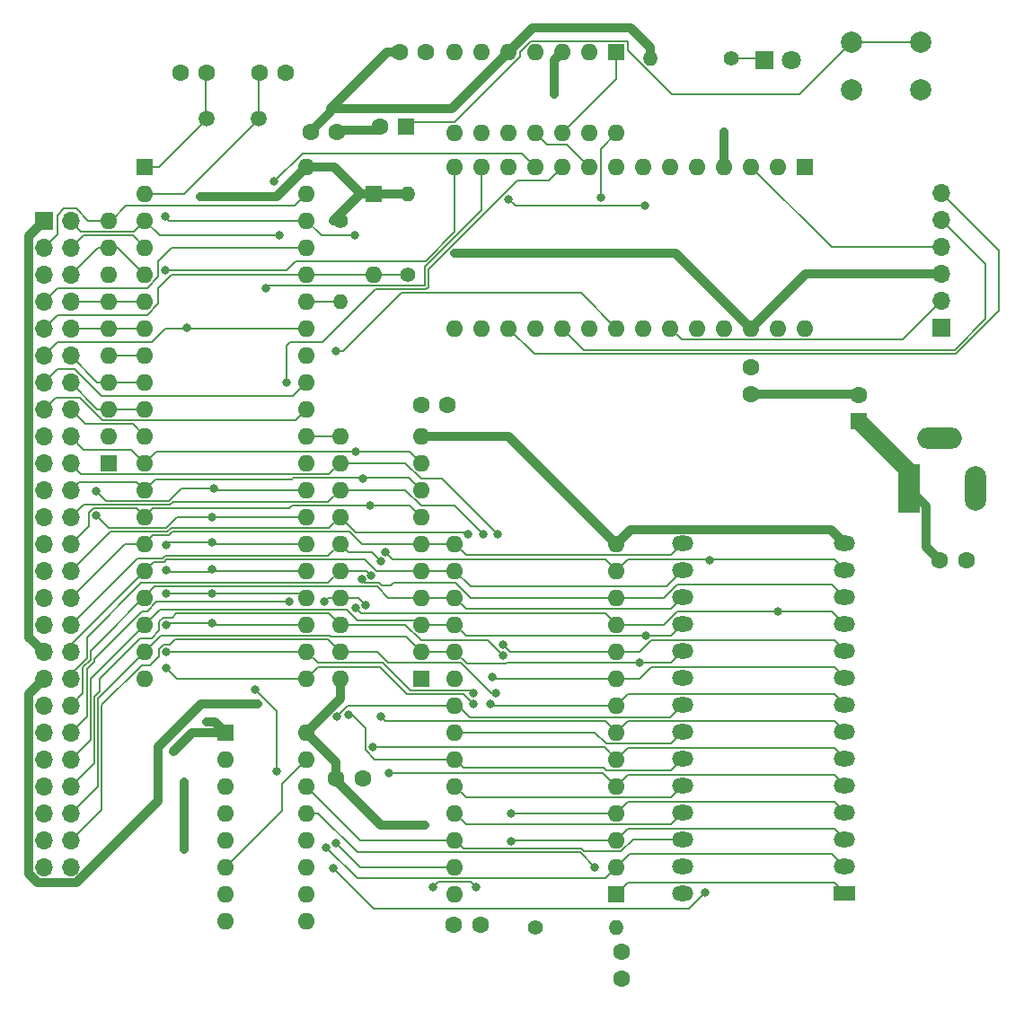
<source format=gtl>
G04 #@! TF.GenerationSoftware,KiCad,Pcbnew,6.0.2*
G04 #@! TF.CreationDate,2022-02-13T20:57:11-08:00*
G04 #@! TF.ProjectId,Easy8085,45617379-3830-4383-952e-6b696361645f,rev?*
G04 #@! TF.SameCoordinates,Original*
G04 #@! TF.FileFunction,Copper,L1,Top*
G04 #@! TF.FilePolarity,Positive*
%FSLAX46Y46*%
G04 Gerber Fmt 4.6, Leading zero omitted, Abs format (unit mm)*
G04 Created by KiCad (PCBNEW 6.0.2) date 2022-02-13 20:57:11*
%MOMM*%
%LPD*%
G01*
G04 APERTURE LIST*
G04 #@! TA.AperFunction,ComponentPad*
%ADD10C,1.600000*%
G04 #@! TD*
G04 #@! TA.AperFunction,ComponentPad*
%ADD11R,1.700000X1.700000*%
G04 #@! TD*
G04 #@! TA.AperFunction,ComponentPad*
%ADD12O,1.700000X1.700000*%
G04 #@! TD*
G04 #@! TA.AperFunction,ComponentPad*
%ADD13R,1.600000X1.600000*%
G04 #@! TD*
G04 #@! TA.AperFunction,ComponentPad*
%ADD14O,1.600000X1.600000*%
G04 #@! TD*
G04 #@! TA.AperFunction,ComponentPad*
%ADD15R,2.000000X4.600000*%
G04 #@! TD*
G04 #@! TA.AperFunction,ComponentPad*
%ADD16O,2.000000X4.200000*%
G04 #@! TD*
G04 #@! TA.AperFunction,ComponentPad*
%ADD17O,4.200000X2.000000*%
G04 #@! TD*
G04 #@! TA.AperFunction,ComponentPad*
%ADD18C,1.400000*%
G04 #@! TD*
G04 #@! TA.AperFunction,ComponentPad*
%ADD19O,1.400000X1.400000*%
G04 #@! TD*
G04 #@! TA.AperFunction,ComponentPad*
%ADD20C,2.000000*%
G04 #@! TD*
G04 #@! TA.AperFunction,ComponentPad*
%ADD21R,1.800000X1.800000*%
G04 #@! TD*
G04 #@! TA.AperFunction,ComponentPad*
%ADD22C,1.800000*%
G04 #@! TD*
G04 #@! TA.AperFunction,ComponentPad*
%ADD23R,2.000000X1.440000*%
G04 #@! TD*
G04 #@! TA.AperFunction,ComponentPad*
%ADD24O,2.000000X1.440000*%
G04 #@! TD*
G04 #@! TA.AperFunction,ComponentPad*
%ADD25C,1.500000*%
G04 #@! TD*
G04 #@! TA.AperFunction,ViaPad*
%ADD26C,0.800000*%
G04 #@! TD*
G04 #@! TA.AperFunction,Conductor*
%ADD27C,0.812800*%
G04 #@! TD*
G04 #@! TA.AperFunction,Conductor*
%ADD28C,1.625600*%
G04 #@! TD*
G04 #@! TA.AperFunction,Conductor*
%ADD29C,0.200000*%
G04 #@! TD*
G04 APERTURE END LIST*
D10*
G04 #@! TO.P,C6,1*
G04 #@! TO.N,VCC*
X128230000Y-75184000D03*
G04 #@! TO.P,C6,2*
G04 #@! TO.N,GND*
X125730000Y-75184000D03*
G04 #@! TD*
G04 #@! TO.P,C1,1*
G04 #@! TO.N,Net-(C1-Pad1)*
X105537000Y-43815000D03*
G04 #@! TO.P,C1,2*
G04 #@! TO.N,GND*
X103037000Y-43815000D03*
G04 #@! TD*
G04 #@! TO.P,C2,1*
G04 #@! TO.N,Net-(C2-Pad1)*
X110490000Y-43815000D03*
G04 #@! TO.P,C2,2*
G04 #@! TO.N,GND*
X112990000Y-43815000D03*
G04 #@! TD*
D11*
G04 #@! TO.P,J3,1,Pin_1*
G04 #@! TO.N,GND*
X174802800Y-67900000D03*
D12*
G04 #@! TO.P,J3,2,Pin_2*
G04 #@! TO.N,/~{RTS}*
X174802800Y-65360000D03*
G04 #@! TO.P,J3,3,Pin_3*
G04 #@! TO.N,VCC*
X174802800Y-62820000D03*
G04 #@! TO.P,J3,4,Pin_4*
G04 #@! TO.N,/RxD*
X174802800Y-60280000D03*
G04 #@! TO.P,J3,5,Pin_5*
G04 #@! TO.N,/TxD*
X174802800Y-57740000D03*
G04 #@! TO.P,J3,6,Pin_6*
G04 #@! TO.N,/~{CTS}*
X174802800Y-55200000D03*
G04 #@! TD*
D13*
G04 #@! TO.P,U3,1,CP1..3*
G04 #@! TO.N,Net-(U3-Pad1)*
X144150000Y-41920000D03*
D14*
G04 #@! TO.P,U3,2,R0(1)*
G04 #@! TO.N,GND*
X141610000Y-41920000D03*
G04 #@! TO.P,U3,3,R0(2)*
X139070000Y-41920000D03*
G04 #@! TO.P,U3,4,NC*
G04 #@! TO.N,unconnected-(U3-Pad4)*
X136530000Y-41920000D03*
G04 #@! TO.P,U3,5,VCC*
G04 #@! TO.N,VCC*
X133990000Y-41920000D03*
G04 #@! TO.P,U3,6,R9(1)*
G04 #@! TO.N,GND*
X131450000Y-41920000D03*
G04 #@! TO.P,U3,7,R9(2)*
X128910000Y-41920000D03*
G04 #@! TO.P,U3,8,Q2*
G04 #@! TO.N,unconnected-(U3-Pad8)*
X128910000Y-49540000D03*
G04 #@! TO.P,U3,9,Q1*
G04 #@! TO.N,unconnected-(U3-Pad9)*
X131450000Y-49540000D03*
G04 #@! TO.P,U3,10,GND*
G04 #@! TO.N,GND*
X133990000Y-49540000D03*
G04 #@! TO.P,U3,11,Q3*
G04 #@! TO.N,/BAUD_CLK*
X136530000Y-49540000D03*
G04 #@! TO.P,U3,12,Q0*
G04 #@! TO.N,Net-(U3-Pad1)*
X139070000Y-49540000D03*
G04 #@! TO.P,U3,13,NC*
G04 #@! TO.N,unconnected-(U3-Pad13)*
X141610000Y-49540000D03*
G04 #@! TO.P,U3,14,CP0*
G04 #@! TO.N,/CLK*
X144150000Y-49540000D03*
G04 #@! TD*
D15*
G04 #@! TO.P,J2,1*
G04 #@! TO.N,VCC*
X171704000Y-83058000D03*
D16*
G04 #@! TO.P,J2,2*
G04 #@! TO.N,GND*
X178004000Y-83058000D03*
D17*
G04 #@! TO.P,J2,3*
X174604000Y-78258000D03*
G04 #@! TD*
D18*
G04 #@! TO.P,R4,1*
G04 #@! TO.N,VCC*
X136525000Y-124460000D03*
D19*
G04 #@! TO.P,R4,2*
G04 #@! TO.N,Net-(R4-Pad2)*
X144145000Y-124460000D03*
G04 #@! TD*
D10*
G04 #@! TO.P,C9,1*
G04 #@! TO.N,VCC*
X117729000Y-110363000D03*
G04 #@! TO.P,C9,2*
G04 #@! TO.N,GND*
X120229000Y-110363000D03*
G04 #@! TD*
G04 #@! TO.P,C12,1*
G04 #@! TO.N,VCC*
X144653000Y-126746000D03*
G04 #@! TO.P,C12,2*
G04 #@! TO.N,GND*
X144653000Y-129246000D03*
G04 #@! TD*
G04 #@! TO.P,C5,1*
G04 #@! TO.N,VCC*
X123718000Y-41910000D03*
G04 #@! TO.P,C5,2*
G04 #@! TO.N,GND*
X126218000Y-41910000D03*
G04 #@! TD*
D20*
G04 #@! TO.P,SW1,1,1*
G04 #@! TO.N,GND*
X172795000Y-45430000D03*
X166295000Y-45430000D03*
G04 #@! TO.P,SW1,2,2*
G04 #@! TO.N,/~{RES_IN}*
X172795000Y-40930000D03*
X166295000Y-40930000D03*
G04 #@! TD*
D18*
G04 #@! TO.P,R2,1*
G04 #@! TO.N,VCC*
X118110000Y-57785000D03*
D19*
G04 #@! TO.P,R2,2*
G04 #@! TO.N,/READY*
X118110000Y-65405000D03*
G04 #@! TD*
D10*
G04 #@! TO.P,C7,1*
G04 #@! TO.N,VCC*
X156845000Y-71628000D03*
G04 #@! TO.P,C7,2*
G04 #@! TO.N,GND*
X156845000Y-74128000D03*
G04 #@! TD*
D18*
G04 #@! TO.P,R3,1*
G04 #@! TO.N,Net-(LED1-Pad1)*
X154940000Y-42480000D03*
D19*
G04 #@! TO.P,R3,2*
G04 #@! TO.N,VCC*
X147320000Y-42480000D03*
G04 #@! TD*
D13*
G04 #@! TO.P,RN1,1,common*
G04 #@! TO.N,GND*
X96266000Y-80645000D03*
D14*
G04 #@! TO.P,RN1,2,R1*
G04 #@! TO.N,unconnected-(RN1-Pad2)*
X96266000Y-78105000D03*
G04 #@! TO.P,RN1,3,R2*
G04 #@! TO.N,/INTR*
X96266000Y-75565000D03*
G04 #@! TO.P,RN1,4,R3*
G04 #@! TO.N,/RST5.5*
X96266000Y-73025000D03*
G04 #@! TO.P,RN1,5,R4*
G04 #@! TO.N,/RST6.5*
X96266000Y-70485000D03*
G04 #@! TO.P,RN1,6,R5*
G04 #@! TO.N,/RST7.5*
X96266000Y-67945000D03*
G04 #@! TO.P,RN1,7,R6*
G04 #@! TO.N,/TRAP*
X96266000Y-65405000D03*
G04 #@! TO.P,RN1,8,R7*
G04 #@! TO.N,unconnected-(RN1-Pad8)*
X96266000Y-62865000D03*
G04 #@! TO.P,RN1,9,R8*
G04 #@! TO.N,/SID*
X96266000Y-60325000D03*
G04 #@! TO.P,RN1,10,R9*
G04 #@! TO.N,/HOLD*
X96266000Y-57785000D03*
G04 #@! TD*
D10*
G04 #@! TO.P,C10,1*
G04 #@! TO.N,VCC*
X174625000Y-89789000D03*
G04 #@! TO.P,C10,2*
G04 #@! TO.N,GND*
X177125000Y-89789000D03*
G04 #@! TD*
D21*
G04 #@! TO.P,LED1,1,K*
G04 #@! TO.N,Net-(LED1-Pad1)*
X158115000Y-42680000D03*
D22*
G04 #@! TO.P,LED1,2,A*
G04 #@! TO.N,GND*
X160655000Y-42680000D03*
G04 #@! TD*
D11*
G04 #@! TO.P,J1,1,Pin_1*
G04 #@! TO.N,VCC*
X90165000Y-57840000D03*
D12*
G04 #@! TO.P,J1,2,Pin_2*
G04 #@! TO.N,/RES_OUT*
X92705000Y-57840000D03*
G04 #@! TO.P,J1,3,Pin_3*
G04 #@! TO.N,/HOLD*
X90165000Y-60380000D03*
G04 #@! TO.P,J1,4,Pin_4*
G04 #@! TO.N,/SOD*
X92705000Y-60380000D03*
G04 #@! TO.P,J1,5,Pin_5*
G04 #@! TO.N,/HLDA*
X90165000Y-62920000D03*
G04 #@! TO.P,J1,6,Pin_6*
G04 #@! TO.N,/SID*
X92705000Y-62920000D03*
G04 #@! TO.P,J1,7,Pin_7*
G04 #@! TO.N,/CLK*
X90165000Y-65460000D03*
G04 #@! TO.P,J1,8,Pin_8*
G04 #@! TO.N,/TRAP*
X92705000Y-65460000D03*
G04 #@! TO.P,J1,9,Pin_9*
G04 #@! TO.N,/~{RES_IN}*
X90165000Y-68000000D03*
G04 #@! TO.P,J1,10,Pin_10*
G04 #@! TO.N,/RST7.5*
X92705000Y-68000000D03*
G04 #@! TO.P,J1,11,Pin_11*
G04 #@! TO.N,/IO{slash}~{M}*
X90165000Y-70540000D03*
G04 #@! TO.P,J1,12,Pin_12*
G04 #@! TO.N,/RST5.5*
X92705000Y-70540000D03*
G04 #@! TO.P,J1,13,Pin_13*
G04 #@! TO.N,/~{RD}*
X90165000Y-73080000D03*
G04 #@! TO.P,J1,14,Pin_14*
G04 #@! TO.N,/INTR*
X92705000Y-73080000D03*
G04 #@! TO.P,J1,15,Pin_15*
G04 #@! TO.N,/~{WR}*
X90165000Y-75620000D03*
G04 #@! TO.P,J1,16,Pin_16*
G04 #@! TO.N,/~{INTA}*
X92705000Y-75620000D03*
G04 #@! TO.P,J1,17,Pin_17*
G04 #@! TO.N,/A15*
X90165000Y-78160000D03*
G04 #@! TO.P,J1,18,Pin_18*
G04 #@! TO.N,/AD0*
X92705000Y-78160000D03*
G04 #@! TO.P,J1,19,Pin_19*
G04 #@! TO.N,/A14*
X90165000Y-80700000D03*
G04 #@! TO.P,J1,20,Pin_20*
G04 #@! TO.N,/A0*
X92705000Y-80700000D03*
G04 #@! TO.P,J1,21,Pin_21*
G04 #@! TO.N,/A13*
X90165000Y-83240000D03*
G04 #@! TO.P,J1,22,Pin_22*
G04 #@! TO.N,/AD1*
X92705000Y-83240000D03*
G04 #@! TO.P,J1,23,Pin_23*
G04 #@! TO.N,/A12*
X90165000Y-85780000D03*
G04 #@! TO.P,J1,24,Pin_24*
G04 #@! TO.N,/A1*
X92705000Y-85780000D03*
G04 #@! TO.P,J1,25,Pin_25*
G04 #@! TO.N,/A11*
X90165000Y-88320000D03*
G04 #@! TO.P,J1,26,Pin_26*
G04 #@! TO.N,/AD2*
X92705000Y-88320000D03*
G04 #@! TO.P,J1,27,Pin_27*
G04 #@! TO.N,/A10*
X90165000Y-90860000D03*
G04 #@! TO.P,J1,28,Pin_28*
G04 #@! TO.N,/A2*
X92705000Y-90860000D03*
G04 #@! TO.P,J1,29,Pin_29*
G04 #@! TO.N,/A9*
X90165000Y-93400000D03*
G04 #@! TO.P,J1,30,Pin_30*
G04 #@! TO.N,/AD3*
X92705000Y-93400000D03*
G04 #@! TO.P,J1,31,Pin_31*
G04 #@! TO.N,/A8*
X90165000Y-95940000D03*
G04 #@! TO.P,J1,32,Pin_32*
G04 #@! TO.N,/A3*
X92705000Y-95940000D03*
G04 #@! TO.P,J1,33,Pin_33*
G04 #@! TO.N,VCC*
X90165000Y-98480000D03*
G04 #@! TO.P,J1,34,Pin_34*
G04 #@! TO.N,/AD4*
X92705000Y-98480000D03*
G04 #@! TO.P,J1,35,Pin_35*
G04 #@! TO.N,VCC*
X90165000Y-101020000D03*
G04 #@! TO.P,J1,36,Pin_36*
G04 #@! TO.N,/A4*
X92705000Y-101020000D03*
G04 #@! TO.P,J1,37,Pin_37*
G04 #@! TO.N,GND*
X90165000Y-103560000D03*
G04 #@! TO.P,J1,38,Pin_38*
G04 #@! TO.N,/AD5*
X92705000Y-103560000D03*
G04 #@! TO.P,J1,39,Pin_39*
G04 #@! TO.N,GND*
X90165000Y-106100000D03*
G04 #@! TO.P,J1,40,Pin_40*
G04 #@! TO.N,/A5*
X92705000Y-106100000D03*
G04 #@! TO.P,J1,41,Pin_41*
G04 #@! TO.N,/~{20-3F}*
X90165000Y-108640000D03*
G04 #@! TO.P,J1,42,Pin_42*
G04 #@! TO.N,/AD6*
X92705000Y-108640000D03*
G04 #@! TO.P,J1,43,Pin_43*
G04 #@! TO.N,/~{40-5F}*
X90165000Y-111180000D03*
G04 #@! TO.P,J1,44,Pin_44*
G04 #@! TO.N,/A6*
X92705000Y-111180000D03*
G04 #@! TO.P,J1,45,Pin_45*
G04 #@! TO.N,/~{60-7F}*
X90165000Y-113720000D03*
G04 #@! TO.P,J1,46,Pin_46*
G04 #@! TO.N,/AD7*
X92705000Y-113720000D03*
G04 #@! TO.P,J1,47,Pin_47*
G04 #@! TO.N,/~{HIGH_IO}*
X90165000Y-116260000D03*
G04 #@! TO.P,J1,48,Pin_48*
G04 #@! TO.N,/A7*
X92705000Y-116260000D03*
G04 #@! TO.P,J1,49,Pin_49*
G04 #@! TO.N,GND*
X90165000Y-118800000D03*
G04 #@! TO.P,J1,50,Pin_50*
X92705000Y-118800000D03*
G04 #@! TD*
D13*
G04 #@! TO.P,U1,1,X1*
G04 #@! TO.N,Net-(C1-Pad1)*
X99695000Y-52705000D03*
D14*
G04 #@! TO.P,U1,2,X2*
G04 #@! TO.N,Net-(C2-Pad1)*
X99695000Y-55245000D03*
G04 #@! TO.P,U1,3,RES_OUT*
G04 #@! TO.N,/RES_OUT*
X99695000Y-57785000D03*
G04 #@! TO.P,U1,4,SOD*
G04 #@! TO.N,/SOD*
X99695000Y-60325000D03*
G04 #@! TO.P,U1,5,SID*
G04 #@! TO.N,/SID*
X99695000Y-62865000D03*
G04 #@! TO.P,U1,6,TRAP*
G04 #@! TO.N,/TRAP*
X99695000Y-65405000D03*
G04 #@! TO.P,U1,7,RST7_5*
G04 #@! TO.N,/RST7.5*
X99695000Y-67945000D03*
G04 #@! TO.P,U1,8,RST6_5*
G04 #@! TO.N,/RST6.5*
X99695000Y-70485000D03*
G04 #@! TO.P,U1,9,RST5_5*
G04 #@! TO.N,/RST5.5*
X99695000Y-73025000D03*
G04 #@! TO.P,U1,10,INTR*
G04 #@! TO.N,/INTR*
X99695000Y-75565000D03*
G04 #@! TO.P,U1,11,INTA*
G04 #@! TO.N,/~{INTA}*
X99695000Y-78105000D03*
G04 #@! TO.P,U1,12,AD0*
G04 #@! TO.N,/AD0*
X99695000Y-80645000D03*
G04 #@! TO.P,U1,13,AD1*
G04 #@! TO.N,/AD1*
X99695000Y-83185000D03*
G04 #@! TO.P,U1,14,AD2*
G04 #@! TO.N,/AD2*
X99695000Y-85725000D03*
G04 #@! TO.P,U1,15,AD3*
G04 #@! TO.N,/AD3*
X99695000Y-88265000D03*
G04 #@! TO.P,U1,16,AD4*
G04 #@! TO.N,/AD4*
X99695000Y-90805000D03*
G04 #@! TO.P,U1,17,AD5*
G04 #@! TO.N,/AD5*
X99695000Y-93345000D03*
G04 #@! TO.P,U1,18,AD6*
G04 #@! TO.N,/AD6*
X99695000Y-95885000D03*
G04 #@! TO.P,U1,19,AD7*
G04 #@! TO.N,/AD7*
X99695000Y-98425000D03*
G04 #@! TO.P,U1,20,VSS*
G04 #@! TO.N,GND*
X99695000Y-100965000D03*
G04 #@! TO.P,U1,21,A8*
G04 #@! TO.N,/A8*
X114935000Y-100965000D03*
G04 #@! TO.P,U1,22,A9*
G04 #@! TO.N,/A9*
X114935000Y-98425000D03*
G04 #@! TO.P,U1,23,A10*
G04 #@! TO.N,/A10*
X114935000Y-95885000D03*
G04 #@! TO.P,U1,24,A11*
G04 #@! TO.N,/A11*
X114935000Y-93345000D03*
G04 #@! TO.P,U1,25,A12*
G04 #@! TO.N,/A12*
X114935000Y-90805000D03*
G04 #@! TO.P,U1,26,A13*
G04 #@! TO.N,/A13*
X114935000Y-88265000D03*
G04 #@! TO.P,U1,27,A14*
G04 #@! TO.N,/A14*
X114935000Y-85725000D03*
G04 #@! TO.P,U1,28,A15*
G04 #@! TO.N,/A15*
X114935000Y-83185000D03*
G04 #@! TO.P,U1,29,S0*
G04 #@! TO.N,unconnected-(U1-Pad29)*
X114935000Y-80645000D03*
G04 #@! TO.P,U1,30,ALE*
G04 #@! TO.N,/ALE*
X114935000Y-78105000D03*
G04 #@! TO.P,U1,31,WR*
G04 #@! TO.N,/~{WR}*
X114935000Y-75565000D03*
G04 #@! TO.P,U1,32,RD*
G04 #@! TO.N,/~{RD}*
X114935000Y-73025000D03*
G04 #@! TO.P,U1,33,S1*
G04 #@! TO.N,unconnected-(U1-Pad33)*
X114935000Y-70485000D03*
G04 #@! TO.P,U1,34,IO/~{M}*
G04 #@! TO.N,/IO{slash}~{M}*
X114935000Y-67945000D03*
G04 #@! TO.P,U1,35,READY*
G04 #@! TO.N,/READY*
X114935000Y-65405000D03*
G04 #@! TO.P,U1,36,RES_IN*
G04 #@! TO.N,/~{RES_IN}*
X114935000Y-62865000D03*
G04 #@! TO.P,U1,37,CLK*
G04 #@! TO.N,/CLK*
X114935000Y-60325000D03*
G04 #@! TO.P,U1,38,HLDA*
G04 #@! TO.N,/HLDA*
X114935000Y-57785000D03*
G04 #@! TO.P,U1,39,HOLD*
G04 #@! TO.N,/HOLD*
X114935000Y-55245000D03*
G04 #@! TO.P,U1,40,VCC*
G04 #@! TO.N,VCC*
X114935000Y-52705000D03*
G04 #@! TD*
D23*
G04 #@! TO.P,U7,1,A14*
G04 #@! TO.N,/A14*
X165642500Y-121200000D03*
D24*
G04 #@! TO.P,U7,2,A12*
G04 #@! TO.N,/A12*
X165642500Y-118660000D03*
G04 #@! TO.P,U7,3,A7*
G04 #@! TO.N,/A7*
X165642500Y-116120000D03*
G04 #@! TO.P,U7,4,A6*
G04 #@! TO.N,/A6*
X165642500Y-113580000D03*
G04 #@! TO.P,U7,5,A5*
G04 #@! TO.N,/A5*
X165642500Y-111040000D03*
G04 #@! TO.P,U7,6,A4*
G04 #@! TO.N,/A4*
X165642500Y-108500000D03*
G04 #@! TO.P,U7,7,A3*
G04 #@! TO.N,/A3*
X165642500Y-105960000D03*
G04 #@! TO.P,U7,8,A2*
G04 #@! TO.N,/A2*
X165642500Y-103420000D03*
G04 #@! TO.P,U7,9,A1*
G04 #@! TO.N,/A1*
X165642500Y-100880000D03*
G04 #@! TO.P,U7,10,A0*
G04 #@! TO.N,/A0*
X165642500Y-98340000D03*
G04 #@! TO.P,U7,11,D0*
G04 #@! TO.N,/AD0*
X165642500Y-95800000D03*
G04 #@! TO.P,U7,12,D1*
G04 #@! TO.N,/AD1*
X165642500Y-93260000D03*
G04 #@! TO.P,U7,13,D2*
G04 #@! TO.N,/AD2*
X165642500Y-90720000D03*
G04 #@! TO.P,U7,14,GND*
G04 #@! TO.N,GND*
X165642500Y-88180000D03*
G04 #@! TO.P,U7,15,D3*
G04 #@! TO.N,/AD3*
X150402500Y-88180000D03*
G04 #@! TO.P,U7,16,D4*
G04 #@! TO.N,/AD4*
X150402500Y-90720000D03*
G04 #@! TO.P,U7,17,D5*
G04 #@! TO.N,/AD5*
X150402500Y-93260000D03*
G04 #@! TO.P,U7,18,D6*
G04 #@! TO.N,/AD6*
X150402500Y-95800000D03*
G04 #@! TO.P,U7,19,D7*
G04 #@! TO.N,/AD7*
X150402500Y-98340000D03*
G04 #@! TO.P,U7,20,~{CE}*
G04 #@! TO.N,/~{ROM}*
X150402500Y-100880000D03*
G04 #@! TO.P,U7,21,A10*
G04 #@! TO.N,/A10*
X150402500Y-103420000D03*
G04 #@! TO.P,U7,22,~{OE}*
G04 #@! TO.N,/~{RD}*
X150402500Y-105960000D03*
G04 #@! TO.P,U7,23,A11*
G04 #@! TO.N,/A11*
X150402500Y-108500000D03*
G04 #@! TO.P,U7,24,A9*
G04 #@! TO.N,/A9*
X150402500Y-111040000D03*
G04 #@! TO.P,U7,25,A8*
G04 #@! TO.N,/A8*
X150402500Y-113580000D03*
G04 #@! TO.P,U7,26,A13*
G04 #@! TO.N,/A13*
X150402500Y-116120000D03*
G04 #@! TO.P,U7,27,~{WE}*
G04 #@! TO.N,Net-(R4-Pad2)*
X150402500Y-118660000D03*
G04 #@! TO.P,U7,28,VCC*
G04 #@! TO.N,VCC*
X150402500Y-121200000D03*
G04 #@! TD*
D13*
G04 #@! TO.P,U4,1,E*
G04 #@! TO.N,GND*
X107310000Y-106050000D03*
D14*
G04 #@! TO.P,U4,2,A0*
G04 #@! TO.N,/A15*
X107310000Y-108590000D03*
G04 #@! TO.P,U4,3,A1*
G04 #@! TO.N,/IO{slash}~{M}*
X107310000Y-111130000D03*
G04 #@! TO.P,U4,4,O0*
G04 #@! TO.N,/~{ROM}*
X107310000Y-113670000D03*
G04 #@! TO.P,U4,5,O1*
G04 #@! TO.N,/~{RAM}*
X107310000Y-116210000D03*
G04 #@! TO.P,U4,6,O2*
G04 #@! TO.N,Net-(U4-Pad15)*
X107310000Y-118750000D03*
G04 #@! TO.P,U4,7,O3*
G04 #@! TO.N,/~{HIGH_IO}*
X107310000Y-121290000D03*
G04 #@! TO.P,U4,8,GND*
G04 #@! TO.N,GND*
X107310000Y-123830000D03*
G04 #@! TO.P,U4,9,O3*
G04 #@! TO.N,/~{60-7F}*
X114930000Y-123830000D03*
G04 #@! TO.P,U4,10,O2*
G04 #@! TO.N,/~{40-5F}*
X114930000Y-121290000D03*
G04 #@! TO.P,U4,11,O1*
G04 #@! TO.N,/~{20-3F}*
X114930000Y-118750000D03*
G04 #@! TO.P,U4,12,O0*
G04 #@! TO.N,/~{SERIAL}*
X114930000Y-116210000D03*
G04 #@! TO.P,U4,13,A1*
G04 #@! TO.N,/A14*
X114930000Y-113670000D03*
G04 #@! TO.P,U4,14,A0*
G04 #@! TO.N,/A13*
X114930000Y-111130000D03*
G04 #@! TO.P,U4,15,E*
G04 #@! TO.N,Net-(U4-Pad15)*
X114930000Y-108590000D03*
G04 #@! TO.P,U4,16,VCC*
G04 #@! TO.N,VCC*
X114930000Y-106050000D03*
G04 #@! TD*
D13*
G04 #@! TO.P,C8,1*
G04 #@! TO.N,VCC*
X167005000Y-76726394D03*
D10*
G04 #@! TO.P,C8,2*
G04 #@! TO.N,GND*
X167005000Y-74226394D03*
G04 #@! TD*
D18*
G04 #@! TO.P,R1,1*
G04 #@! TO.N,/~{RES_IN}*
X124460000Y-62865000D03*
D19*
G04 #@! TO.P,R1,2*
G04 #@! TO.N,VCC*
X124460000Y-55245000D03*
G04 #@! TD*
D10*
G04 #@! TO.P,C4,1*
G04 #@! TO.N,VCC*
X115316000Y-49403000D03*
G04 #@! TO.P,C4,2*
G04 #@! TO.N,GND*
X117816000Y-49403000D03*
G04 #@! TD*
D13*
G04 #@! TO.P,U5,1,OE*
G04 #@! TO.N,/HLDA*
X125720000Y-100960000D03*
D14*
G04 #@! TO.P,U5,2,D0*
G04 #@! TO.N,/AD7*
X125720000Y-98420000D03*
G04 #@! TO.P,U5,3,D1*
G04 #@! TO.N,/AD6*
X125720000Y-95880000D03*
G04 #@! TO.P,U5,4,D2*
G04 #@! TO.N,/AD5*
X125720000Y-93340000D03*
G04 #@! TO.P,U5,5,D3*
G04 #@! TO.N,/AD4*
X125720000Y-90800000D03*
G04 #@! TO.P,U5,6,D4*
G04 #@! TO.N,/AD3*
X125720000Y-88260000D03*
G04 #@! TO.P,U5,7,D5*
G04 #@! TO.N,/AD2*
X125720000Y-85720000D03*
G04 #@! TO.P,U5,8,D6*
G04 #@! TO.N,/AD1*
X125720000Y-83180000D03*
G04 #@! TO.P,U5,9,D7*
G04 #@! TO.N,/AD0*
X125720000Y-80640000D03*
G04 #@! TO.P,U5,10,GND*
G04 #@! TO.N,GND*
X125720000Y-78100000D03*
G04 #@! TO.P,U5,11,Load*
G04 #@! TO.N,/ALE*
X118100000Y-78100000D03*
G04 #@! TO.P,U5,12,Q7*
G04 #@! TO.N,/A0*
X118100000Y-80640000D03*
G04 #@! TO.P,U5,13,Q6*
G04 #@! TO.N,/A1*
X118100000Y-83180000D03*
G04 #@! TO.P,U5,14,Q5*
G04 #@! TO.N,/A2*
X118100000Y-85720000D03*
G04 #@! TO.P,U5,15,Q4*
G04 #@! TO.N,/A3*
X118100000Y-88260000D03*
G04 #@! TO.P,U5,16,Q3*
G04 #@! TO.N,/A4*
X118100000Y-90800000D03*
G04 #@! TO.P,U5,17,Q2*
G04 #@! TO.N,/A5*
X118100000Y-93340000D03*
G04 #@! TO.P,U5,18,Q1*
G04 #@! TO.N,/A6*
X118100000Y-95880000D03*
G04 #@! TO.P,U5,19,Q0*
G04 #@! TO.N,/A7*
X118100000Y-98420000D03*
G04 #@! TO.P,U5,20,VCC*
G04 #@! TO.N,VCC*
X118100000Y-100960000D03*
G04 #@! TD*
D13*
G04 #@! TO.P,C3,1*
G04 #@! TO.N,/~{RES_IN}*
X124333000Y-48895000D03*
D10*
G04 #@! TO.P,C3,2*
G04 #@! TO.N,GND*
X121833000Y-48895000D03*
G04 #@! TD*
D13*
G04 #@! TO.P,U6,1,A14*
G04 #@! TO.N,/A14*
X144150000Y-121280000D03*
D14*
G04 #@! TO.P,U6,2,A12*
G04 #@! TO.N,/A12*
X144150000Y-118740000D03*
G04 #@! TO.P,U6,3,A7*
G04 #@! TO.N,/A7*
X144150000Y-116200000D03*
G04 #@! TO.P,U6,4,A6*
G04 #@! TO.N,/A6*
X144150000Y-113660000D03*
G04 #@! TO.P,U6,5,A5*
G04 #@! TO.N,/A5*
X144150000Y-111120000D03*
G04 #@! TO.P,U6,6,A4*
G04 #@! TO.N,/A4*
X144150000Y-108580000D03*
G04 #@! TO.P,U6,7,A3*
G04 #@! TO.N,/A3*
X144150000Y-106040000D03*
G04 #@! TO.P,U6,8,A2*
G04 #@! TO.N,/A2*
X144150000Y-103500000D03*
G04 #@! TO.P,U6,9,A1*
G04 #@! TO.N,/A1*
X144150000Y-100960000D03*
G04 #@! TO.P,U6,10,A0*
G04 #@! TO.N,/A0*
X144150000Y-98420000D03*
G04 #@! TO.P,U6,11,Q0*
G04 #@! TO.N,/AD0*
X144150000Y-95880000D03*
G04 #@! TO.P,U6,12,Q1*
G04 #@! TO.N,/AD1*
X144150000Y-93340000D03*
G04 #@! TO.P,U6,13,Q2*
G04 #@! TO.N,/AD2*
X144150000Y-90800000D03*
G04 #@! TO.P,U6,14,GND*
G04 #@! TO.N,GND*
X144150000Y-88260000D03*
G04 #@! TO.P,U6,15,Q3*
G04 #@! TO.N,/AD3*
X128910000Y-88260000D03*
G04 #@! TO.P,U6,16,Q4*
G04 #@! TO.N,/AD4*
X128910000Y-90800000D03*
G04 #@! TO.P,U6,17,Q5*
G04 #@! TO.N,/AD5*
X128910000Y-93340000D03*
G04 #@! TO.P,U6,18,Q6*
G04 #@! TO.N,/AD6*
X128910000Y-95880000D03*
G04 #@! TO.P,U6,19,Q7*
G04 #@! TO.N,/AD7*
X128910000Y-98420000D03*
G04 #@! TO.P,U6,20,~{CS}*
G04 #@! TO.N,/~{RAM}*
X128910000Y-100960000D03*
G04 #@! TO.P,U6,21,A10*
G04 #@! TO.N,/A10*
X128910000Y-103500000D03*
G04 #@! TO.P,U6,22,~{OE}*
G04 #@! TO.N,/~{RD}*
X128910000Y-106040000D03*
G04 #@! TO.P,U6,23,A11*
G04 #@! TO.N,/A11*
X128910000Y-108580000D03*
G04 #@! TO.P,U6,24,A9*
G04 #@! TO.N,/A9*
X128910000Y-111120000D03*
G04 #@! TO.P,U6,25,A8*
G04 #@! TO.N,/A8*
X128910000Y-113660000D03*
G04 #@! TO.P,U6,26,A13*
G04 #@! TO.N,/A13*
X128910000Y-116200000D03*
G04 #@! TO.P,U6,27,~{WE}*
G04 #@! TO.N,/~{WR}*
X128910000Y-118740000D03*
G04 #@! TO.P,U6,28,VCC*
G04 #@! TO.N,VCC*
X128910000Y-121280000D03*
G04 #@! TD*
D13*
G04 #@! TO.P,D1,1,K*
G04 #@! TO.N,VCC*
X121285000Y-55250000D03*
D14*
G04 #@! TO.P,D1,2,A*
G04 #@! TO.N,/~{RES_IN}*
X121285000Y-62870000D03*
G04 #@! TD*
D25*
G04 #@! TO.P,Y1,1,1*
G04 #@! TO.N,Net-(C2-Pad1)*
X110400000Y-48133000D03*
G04 #@! TO.P,Y1,2,2*
G04 #@! TO.N,Net-(C1-Pad1)*
X105520000Y-48133000D03*
G04 #@! TD*
D10*
G04 #@! TO.P,C11,1*
G04 #@! TO.N,VCC*
X131318000Y-124206000D03*
G04 #@! TO.P,C11,2*
G04 #@! TO.N,GND*
X128818000Y-124206000D03*
G04 #@! TD*
D13*
G04 #@! TO.P,U2,1,D2*
G04 #@! TO.N,/AD2*
X161930000Y-52710000D03*
D14*
G04 #@! TO.P,U2,2,D3*
G04 #@! TO.N,/AD3*
X159390000Y-52710000D03*
G04 #@! TO.P,U2,3,RxD*
G04 #@! TO.N,/RxD*
X156850000Y-52710000D03*
G04 #@! TO.P,U2,4,GND*
G04 #@! TO.N,GND*
X154310000Y-52710000D03*
G04 #@! TO.P,U2,5,D4*
G04 #@! TO.N,/AD4*
X151770000Y-52710000D03*
G04 #@! TO.P,U2,6,D5*
G04 #@! TO.N,/AD5*
X149230000Y-52710000D03*
G04 #@! TO.P,U2,7,D6*
G04 #@! TO.N,/AD6*
X146690000Y-52710000D03*
G04 #@! TO.P,U2,8,D7*
G04 #@! TO.N,/AD7*
X144150000Y-52710000D03*
G04 #@! TO.P,U2,9,~{TxC}*
G04 #@! TO.N,/BAUD_CLK*
X141610000Y-52710000D03*
G04 #@! TO.P,U2,10,~{WR}*
G04 #@! TO.N,/~{WR}*
X139070000Y-52710000D03*
G04 #@! TO.P,U2,11,~{CS}*
G04 #@! TO.N,/~{SERIAL}*
X136530000Y-52710000D03*
G04 #@! TO.P,U2,12,C/~{D}*
G04 #@! TO.N,/A0*
X133990000Y-52710000D03*
G04 #@! TO.P,U2,13,~{RD}*
G04 #@! TO.N,/~{RD}*
X131450000Y-52710000D03*
G04 #@! TO.P,U2,14,RxRDY*
G04 #@! TO.N,/RST6.5*
X128910000Y-52710000D03*
G04 #@! TO.P,U2,15,TxRDY*
G04 #@! TO.N,unconnected-(U2-Pad15)*
X128910000Y-67950000D03*
G04 #@! TO.P,U2,16,SYNDET*
G04 #@! TO.N,unconnected-(U2-Pad16)*
X131450000Y-67950000D03*
G04 #@! TO.P,U2,17,~{CTS}*
G04 #@! TO.N,/~{CTS}*
X133990000Y-67950000D03*
G04 #@! TO.P,U2,18,TxE*
G04 #@! TO.N,unconnected-(U2-Pad18)*
X136530000Y-67950000D03*
G04 #@! TO.P,U2,19,TxD*
G04 #@! TO.N,/TxD*
X139070000Y-67950000D03*
G04 #@! TO.P,U2,20,CLK*
G04 #@! TO.N,/CLK*
X141610000Y-67950000D03*
G04 #@! TO.P,U2,21,RESET*
G04 #@! TO.N,/RES_OUT*
X144150000Y-67950000D03*
G04 #@! TO.P,U2,22,~{DSR}*
G04 #@! TO.N,unconnected-(U2-Pad22)*
X146690000Y-67950000D03*
G04 #@! TO.P,U2,23,~{RTS}*
G04 #@! TO.N,/~{RTS}*
X149230000Y-67950000D03*
G04 #@! TO.P,U2,24,~{DTR}*
G04 #@! TO.N,unconnected-(U2-Pad24)*
X151770000Y-67950000D03*
G04 #@! TO.P,U2,25,~{RxC}*
G04 #@! TO.N,/BAUD_CLK*
X154310000Y-67950000D03*
G04 #@! TO.P,U2,26,VCC*
G04 #@! TO.N,VCC*
X156850000Y-67950000D03*
G04 #@! TO.P,U2,27,D0*
G04 #@! TO.N,/AD0*
X159390000Y-67950000D03*
G04 #@! TO.P,U2,28,D1*
G04 #@! TO.N,/AD1*
X161930000Y-67950000D03*
G04 #@! TD*
D26*
G04 #@! TO.N,VCC*
X110363000Y-103378000D03*
X128905000Y-60833000D03*
X104902000Y-55499000D03*
X126111000Y-114808000D03*
G04 #@! TO.N,GND*
X103378000Y-110744000D03*
X102362000Y-107823000D03*
X103378000Y-117094000D03*
X154305000Y-49403000D03*
X138303000Y-45847000D03*
X105537000Y-105029000D03*
G04 #@! TO.N,/RES_OUT*
X112378100Y-59182000D03*
X117729000Y-70120900D03*
G04 #@! TO.N,/HLDA*
X101600000Y-57389989D03*
X119507000Y-59182000D03*
G04 #@! TO.N,/CLK*
X142659587Y-55570513D03*
G04 #@! TO.N,/IO{slash}~{M}*
X103632000Y-67919600D03*
G04 #@! TO.N,/~{RD}*
X133985000Y-55753000D03*
X146812000Y-56388000D03*
X111125000Y-64135000D03*
G04 #@! TO.N,/~{WR}*
X117729000Y-116459000D03*
X113030000Y-73025000D03*
G04 #@! TO.N,/A15*
X95123000Y-83312000D03*
X106172000Y-83058000D03*
G04 #@! TO.N,/AD0*
X119583200Y-94335600D03*
X119583200Y-79603600D03*
X159385000Y-94615000D03*
G04 #@! TO.N,/A14*
X142113000Y-118745000D03*
X106057189Y-85750400D03*
X95114550Y-85612784D03*
G04 #@! TO.N,/A0*
X132969000Y-87376000D03*
X133477000Y-97773536D03*
G04 #@! TO.N,/A13*
X101716374Y-88392000D03*
X106057189Y-88138000D03*
G04 #@! TO.N,/AD1*
X120243600Y-82143600D03*
X120150944Y-91633505D03*
G04 #@! TO.N,/A12*
X116822615Y-116876834D03*
X101716374Y-90762601D03*
X106057189Y-90678000D03*
G04 #@! TO.N,/A1*
X131572000Y-87376000D03*
X132461000Y-100838000D03*
G04 #@! TO.N,/A11*
X101727000Y-92964000D03*
X118872000Y-104394000D03*
X106057189Y-92964000D03*
G04 #@! TO.N,/AD2*
X122330371Y-89057097D03*
X120904000Y-84683600D03*
X152908000Y-89789000D03*
G04 #@! TO.N,/A10*
X117826671Y-104508571D03*
X106057189Y-95758000D03*
X101716374Y-95872797D03*
G04 #@! TO.N,/A2*
X132240801Y-103396193D03*
X130175000Y-87376000D03*
G04 #@! TO.N,/A9*
X130683000Y-102362000D03*
X101716374Y-98425000D03*
G04 #@! TO.N,/A8*
X130683000Y-103378000D03*
X101727000Y-99949000D03*
G04 #@! TO.N,/A3*
X121920000Y-89916000D03*
X121920000Y-104521000D03*
G04 #@! TO.N,/A4*
X121158000Y-107442000D03*
X121019434Y-91243834D03*
G04 #@! TO.N,/A5*
X113284000Y-93726000D03*
X122682000Y-109855000D03*
X116586000Y-93726000D03*
X120506100Y-94035447D03*
G04 #@! TO.N,/AD6*
X146939000Y-96901000D03*
G04 #@! TO.N,/A6*
X134239000Y-113665000D03*
X133477000Y-98806000D03*
G04 #@! TO.N,/AD7*
X146304000Y-99441000D03*
G04 #@! TO.N,/A7*
X132806131Y-102362000D03*
X134239000Y-116332000D03*
G04 #@! TO.N,/RST6.5*
X101616900Y-62484000D03*
G04 #@! TO.N,/~{ROM}*
X117475000Y-118872000D03*
X152527000Y-121158000D03*
G04 #@! TO.N,/~{RAM}*
X126873000Y-120650000D03*
X130937000Y-120650000D03*
G04 #@! TO.N,/~{SERIAL}*
X112141000Y-109728000D03*
X110109000Y-101981000D03*
X111887000Y-54102000D03*
G04 #@! TD*
D27*
G04 #@! TO.N,VCC*
X117729000Y-110597000D02*
X121940000Y-114808000D01*
X123718000Y-41910000D02*
X122555000Y-41910000D01*
X88756689Y-102428311D02*
X88756689Y-119383343D01*
X128666000Y-47244000D02*
X117221000Y-47244000D01*
X88756689Y-119383343D02*
X89581657Y-120208311D01*
X121940000Y-114808000D02*
X126111000Y-114808000D01*
X105029000Y-103378000D02*
X110363000Y-103378000D01*
X147320000Y-42480000D02*
X147320000Y-41490051D01*
X174802800Y-62820000D02*
X161980000Y-62820000D01*
X133990000Y-41920000D02*
X128666000Y-47244000D01*
X120010000Y-55250000D02*
X117475000Y-57785000D01*
X117729000Y-108849000D02*
X117729000Y-110363000D01*
X88756689Y-59248311D02*
X90165000Y-57840000D01*
X90165000Y-98480000D02*
X88756689Y-97071689D01*
X136286000Y-39624000D02*
X133990000Y-41920000D01*
X120091200Y-55250000D02*
X124455000Y-55250000D01*
X114930000Y-52710000D02*
X112141000Y-55499000D01*
X100965000Y-107442000D02*
X105029000Y-103378000D01*
X118100000Y-100960000D02*
X118100000Y-102880000D01*
X117551200Y-52710000D02*
X120091200Y-55250000D01*
X90165000Y-101020000D02*
X88756689Y-102428311D01*
X117221000Y-47498000D02*
X115316000Y-49403000D01*
X156850000Y-67950000D02*
X149733000Y-60833000D01*
X89581657Y-120208311D02*
X93288343Y-120208311D01*
X93288343Y-120208311D02*
X100965000Y-112531654D01*
X112141000Y-55499000D02*
X104902000Y-55499000D01*
X147320000Y-41490051D02*
X145453949Y-39624000D01*
X145453949Y-39624000D02*
X136286000Y-39624000D01*
X173355000Y-84709000D02*
X173355000Y-88519000D01*
X122555000Y-41910000D02*
X117221000Y-47244000D01*
X161980000Y-62820000D02*
X156850000Y-67950000D01*
D28*
X171704000Y-83058000D02*
X171704000Y-81425394D01*
D27*
X171704000Y-83058000D02*
X173355000Y-84709000D01*
D28*
X171704000Y-81425394D02*
X167005000Y-76726394D01*
D27*
X117221000Y-47244000D02*
X117221000Y-47498000D01*
X149733000Y-60833000D02*
X128905000Y-60833000D01*
X118100000Y-102880000D02*
X114930000Y-106050000D01*
X173355000Y-88519000D02*
X174625000Y-89789000D01*
X114930000Y-52710000D02*
X117551200Y-52710000D01*
X114930000Y-106050000D02*
X117729000Y-108849000D01*
X88756689Y-97071689D02*
X88756689Y-59248311D01*
X100965000Y-112531654D02*
X100965000Y-107442000D01*
X120091200Y-55250000D02*
X120010000Y-55250000D01*
G04 #@! TO.N,GND*
X138303000Y-45847000D02*
X138303000Y-42687000D01*
X144150000Y-88260000D02*
X145508320Y-86901680D01*
X164364180Y-86901680D02*
X165642500Y-88180000D01*
X121452000Y-49276000D02*
X117943000Y-49276000D01*
X154310000Y-49408000D02*
X154305000Y-49403000D01*
X145508320Y-86901680D02*
X164364180Y-86901680D01*
X106289000Y-105029000D02*
X107310000Y-106050000D01*
X107310000Y-106050000D02*
X104135000Y-106050000D01*
X154310000Y-52710000D02*
X154310000Y-49408000D01*
X105537000Y-105029000D02*
X106289000Y-105029000D01*
X121833000Y-48895000D02*
X121452000Y-49276000D01*
X138303000Y-42687000D02*
X139070000Y-41920000D01*
X125720000Y-78100000D02*
X133990000Y-78100000D01*
X133990000Y-78100000D02*
X144150000Y-88260000D01*
X156845000Y-74128000D02*
X166906606Y-74128000D01*
X104135000Y-106050000D02*
X102362000Y-107823000D01*
X103378000Y-110744000D02*
X103378000Y-117094000D01*
D29*
G04 #@! TO.N,/~{RES_IN}*
X135041911Y-42355717D02*
X128909539Y-48488089D01*
X91490000Y-66675000D02*
X90165000Y-68000000D01*
X172795000Y-40930000D02*
X166295000Y-40930000D01*
X99912628Y-66675000D02*
X91490000Y-66675000D01*
X121285000Y-62870000D02*
X124455000Y-62870000D01*
X149340793Y-45847000D02*
X145201911Y-41708118D01*
X136094283Y-40868089D02*
X135041911Y-41920461D01*
X102235000Y-62865000D02*
X100965000Y-64135000D01*
X121285000Y-62870000D02*
X114930000Y-62870000D01*
X100965000Y-64135000D02*
X100965000Y-65622628D01*
X161378000Y-45847000D02*
X149340793Y-45847000D01*
X100965000Y-65622628D02*
X99912628Y-66675000D01*
X145201911Y-40868089D02*
X136094283Y-40868089D01*
X135041911Y-41920461D02*
X135041911Y-42355717D01*
X114930000Y-62870000D02*
X102240000Y-62870000D01*
X128909539Y-48488089D02*
X124739911Y-48488089D01*
X166295000Y-40930000D02*
X161378000Y-45847000D01*
X145201911Y-41708118D02*
X145201911Y-40868089D01*
X102240000Y-62870000D02*
X102235000Y-62865000D01*
G04 #@! TO.N,Net-(C1-Pad1)*
X101070000Y-52710000D02*
X105520000Y-48260000D01*
X105470000Y-43882000D02*
X105470000Y-47956000D01*
X99690000Y-52710000D02*
X101070000Y-52710000D01*
G04 #@! TO.N,Net-(C2-Pad1)*
X110400000Y-48260000D02*
X103410000Y-55250000D01*
X110450000Y-43855000D02*
X110450000Y-47956000D01*
X103410000Y-55250000D02*
X99690000Y-55250000D01*
G04 #@! TO.N,/RES_OUT*
X95830283Y-58836911D02*
X98643089Y-58836911D01*
X101082000Y-59182000D02*
X99690000Y-57790000D01*
X118371439Y-70120900D02*
X117729000Y-70120900D01*
X112378100Y-59182000D02*
X101082000Y-59182000D01*
X98643089Y-58836911D02*
X99690000Y-57790000D01*
X95823461Y-58830089D02*
X95830283Y-58836911D01*
X144150000Y-67950000D02*
X140825733Y-64625733D01*
X92705000Y-57840000D02*
X93695089Y-58830089D01*
X140825733Y-64625733D02*
X123866606Y-64625733D01*
X123866606Y-64625733D02*
X118371439Y-70120900D01*
X93695089Y-58830089D02*
X95823461Y-58830089D01*
G04 #@! TO.N,/HOLD*
X93218000Y-56642000D02*
X92075000Y-56642000D01*
X114930000Y-55250000D02*
X113792000Y-56388000D01*
X94366000Y-57790000D02*
X93218000Y-56642000D01*
X91440000Y-57277000D02*
X91440000Y-59105000D01*
X91440000Y-59105000D02*
X90165000Y-60380000D01*
X113792000Y-56388000D02*
X97922000Y-56388000D01*
X96520000Y-57790000D02*
X94366000Y-57790000D01*
X97922000Y-56388000D02*
X96520000Y-57790000D01*
X92075000Y-56642000D02*
X91440000Y-57277000D01*
G04 #@! TO.N,/SOD*
X98548822Y-59188822D02*
X93896178Y-59188822D01*
X93896178Y-59188822D02*
X92705000Y-60380000D01*
X99690000Y-60330000D02*
X98548822Y-59188822D01*
G04 #@! TO.N,/HLDA*
X114930000Y-57790000D02*
X102000011Y-57790000D01*
X114930000Y-57790000D02*
X116322000Y-59182000D01*
X102000011Y-57790000D02*
X101600000Y-57389989D01*
X116322000Y-59182000D02*
X119507000Y-59182000D01*
G04 #@! TO.N,/SID*
X97150000Y-60330000D02*
X96520000Y-60330000D01*
X99690000Y-62870000D02*
X97150000Y-60330000D01*
X95295000Y-60330000D02*
X92705000Y-62920000D01*
X96520000Y-60330000D02*
X95295000Y-60330000D01*
G04 #@! TO.N,/CLK*
X100965000Y-63082628D02*
X99912628Y-64135000D01*
X103505000Y-60325000D02*
X102235000Y-60325000D01*
X142661911Y-51028089D02*
X142661911Y-55568189D01*
X102235000Y-60325000D02*
X100965000Y-61595000D01*
X144150000Y-49540000D02*
X142661911Y-51028089D01*
X103510000Y-60330000D02*
X103505000Y-60325000D01*
X142661911Y-55568189D02*
X142659587Y-55570513D01*
X99912628Y-64135000D02*
X91490000Y-64135000D01*
X114930000Y-60330000D02*
X103510000Y-60330000D01*
X91490000Y-64135000D02*
X90165000Y-65460000D01*
X100965000Y-61595000D02*
X100965000Y-63082628D01*
G04 #@! TO.N,/TRAP*
X96520000Y-65410000D02*
X99690000Y-65410000D01*
X92705000Y-65460000D02*
X96470000Y-65460000D01*
G04 #@! TO.N,/RST7.5*
X99690000Y-67950000D02*
X96520000Y-67950000D01*
X96520000Y-67950000D02*
X92755000Y-67950000D01*
G04 #@! TO.N,/IO{slash}~{M}*
X91490000Y-69215000D02*
X90165000Y-70540000D01*
X101595000Y-67950000D02*
X100330000Y-69215000D01*
X100330000Y-69215000D02*
X91490000Y-69215000D01*
X114930000Y-67950000D02*
X101595000Y-67950000D01*
G04 #@! TO.N,/RST5.5*
X92705000Y-70540000D02*
X95195000Y-73030000D01*
X96520000Y-73030000D02*
X99690000Y-73030000D01*
X95195000Y-73030000D02*
X96520000Y-73030000D01*
G04 #@! TO.N,/~{RD}*
X131450000Y-56798636D02*
X126078636Y-62170000D01*
X142107677Y-106040000D02*
X128910000Y-106040000D01*
X134620000Y-56388000D02*
X133985000Y-55753000D01*
X95606155Y-74295000D02*
X93066155Y-71755000D01*
X126070089Y-63921911D02*
X111338089Y-63921911D01*
X146812000Y-56388000D02*
X134620000Y-56388000D01*
X143159588Y-107091911D02*
X142107677Y-106040000D01*
X150402500Y-105960000D02*
X149270589Y-107091911D01*
X93066155Y-71755000D02*
X91490000Y-71755000D01*
X149270589Y-107091911D02*
X143159588Y-107091911D01*
X131450000Y-52710000D02*
X131450000Y-56798636D01*
X111338089Y-63921911D02*
X111125000Y-64135000D01*
X126078636Y-63913364D02*
X126070089Y-63921911D01*
X91490000Y-71755000D02*
X90165000Y-73080000D01*
X126078636Y-62170000D02*
X126078636Y-63913364D01*
X113665000Y-74295000D02*
X95606155Y-74295000D01*
X114930000Y-73030000D02*
X113665000Y-74295000D01*
G04 #@! TO.N,/INTR*
X96520000Y-75570000D02*
X95195000Y-75570000D01*
X96520000Y-75570000D02*
X99690000Y-75570000D01*
X95195000Y-75570000D02*
X92705000Y-73080000D01*
G04 #@! TO.N,/~{WR}*
X126430547Y-64059131D02*
X126215855Y-64273822D01*
X114930000Y-75570000D02*
X113878089Y-76621911D01*
X91266911Y-74518089D02*
X90165000Y-75620000D01*
X116459000Y-69215000D02*
X113411000Y-69215000D01*
X120010000Y-118740000D02*
X117729000Y-116459000D01*
X137805000Y-53975000D02*
X134822657Y-53975000D01*
X128910000Y-118740000D02*
X120010000Y-118740000D01*
X126215855Y-64273822D02*
X121400178Y-64273822D01*
X113030000Y-69596000D02*
X113030000Y-73025000D01*
X113411000Y-69215000D02*
X113030000Y-69596000D01*
X113878089Y-76621911D02*
X95671911Y-76621911D01*
X95671911Y-76621911D02*
X93568089Y-74518089D01*
X93568089Y-74518089D02*
X91266911Y-74518089D01*
X126430547Y-62367110D02*
X126430547Y-64059131D01*
X139070000Y-52710000D02*
X137805000Y-53975000D01*
X134822657Y-53975000D02*
X126430547Y-62367110D01*
X121400178Y-64273822D02*
X116459000Y-69215000D01*
G04 #@! TO.N,/~{INTA}*
X98553822Y-76973822D02*
X99690000Y-78110000D01*
X94058822Y-76973822D02*
X98553822Y-76973822D01*
X92705000Y-75620000D02*
X94058822Y-76973822D01*
G04 #@! TO.N,/A15*
X106172000Y-83058000D02*
X103124000Y-83058000D01*
X103124000Y-83058000D02*
X101940089Y-84241911D01*
X96052911Y-84241911D02*
X95123000Y-83312000D01*
X106304000Y-83190000D02*
X106172000Y-83058000D01*
X114930000Y-83190000D02*
X106304000Y-83190000D01*
X101940089Y-84241911D02*
X96052911Y-84241911D01*
G04 #@! TO.N,/AD0*
X149860000Y-94615000D02*
X164457500Y-94615000D01*
X125720000Y-80640000D02*
X124668089Y-79588089D01*
X100751911Y-79588089D02*
X124668089Y-79588089D01*
X98415000Y-79375000D02*
X93920000Y-79375000D01*
X148595000Y-95880000D02*
X149860000Y-94615000D01*
X144150000Y-95880000D02*
X143098089Y-94828089D01*
X120075689Y-94828089D02*
X119583200Y-94335600D01*
X93920000Y-79375000D02*
X92705000Y-78160000D01*
X144150000Y-95880000D02*
X148595000Y-95880000D01*
X164457500Y-94615000D02*
X165642500Y-95800000D01*
X100751911Y-79588089D02*
X99690000Y-80650000D01*
X143098089Y-94828089D02*
X120075689Y-94828089D01*
X99690000Y-80650000D02*
X98415000Y-79375000D01*
G04 #@! TO.N,/A14*
X116061370Y-113670000D02*
X119739379Y-117348009D01*
X101691089Y-86776911D02*
X96278677Y-86776911D01*
X114930000Y-113670000D02*
X116061370Y-113670000D01*
X165642500Y-121200000D02*
X164670580Y-120228080D01*
X145201920Y-120228080D02*
X144150000Y-121280000D01*
X102717600Y-85750400D02*
X101691089Y-86776911D01*
X119739379Y-117348009D02*
X140716009Y-117348009D01*
X140716009Y-117348009D02*
X142113000Y-118745000D01*
X114930000Y-85730000D02*
X105176400Y-85730000D01*
X105176400Y-85730000D02*
X105156000Y-85750400D01*
X164670580Y-120228080D02*
X145201920Y-120228080D01*
X105156000Y-85750400D02*
X102717600Y-85750400D01*
X96278677Y-86776911D02*
X95114550Y-85612784D01*
G04 #@! TO.N,/A0*
X124232372Y-80640000D02*
X125720461Y-82128089D01*
X93701911Y-81696911D02*
X92705000Y-80700000D01*
X144150000Y-98420000D02*
X134123464Y-98420000D01*
X127721089Y-82128089D02*
X132969000Y-87376000D01*
X134123464Y-98420000D02*
X133477000Y-97773536D01*
X118100000Y-80640000D02*
X124232372Y-80640000D01*
X144150000Y-98420000D02*
X146341928Y-98420000D01*
X146341928Y-98420000D02*
X147393848Y-97368080D01*
X117043089Y-81696911D02*
X93701911Y-81696911D01*
X147393848Y-97368080D02*
X164670580Y-97368080D01*
X125720461Y-82128089D02*
X127721089Y-82128089D01*
X164670580Y-97368080D02*
X165642500Y-98340000D01*
X118100000Y-80640000D02*
X117043089Y-81696911D01*
G04 #@! TO.N,/A13*
X120000000Y-116200000D02*
X128910000Y-116200000D01*
X144585717Y-117251911D02*
X141117588Y-117251911D01*
X145717628Y-116120000D02*
X144585717Y-117251911D01*
X150402500Y-116120000D02*
X145717628Y-116120000D01*
X105918000Y-88138000D02*
X101854000Y-88138000D01*
X101854000Y-88138000D02*
X101600000Y-88392000D01*
X114930000Y-111130000D02*
X120000000Y-116200000D01*
X140861766Y-116996089D02*
X129706089Y-116996089D01*
X129706089Y-116996089D02*
X128910000Y-116200000D01*
X106050000Y-88270000D02*
X105918000Y-88138000D01*
X114930000Y-88270000D02*
X106050000Y-88270000D01*
X141117588Y-117251911D02*
X140861766Y-116996089D01*
G04 #@! TO.N,/AD1*
X93522000Y-82423000D02*
X92705000Y-83240000D01*
X164457500Y-92075000D02*
X165642500Y-93260000D01*
X98933000Y-82423000D02*
X93522000Y-82423000D01*
X99695000Y-83185000D02*
X98933000Y-82423000D01*
X128993440Y-91935812D02*
X123097794Y-91935812D01*
X113647856Y-82048822D02*
X113527678Y-82169000D01*
X113527678Y-82169000D02*
X100711000Y-82169000D01*
X125720000Y-83180000D02*
X124588822Y-82048822D01*
X120453251Y-91935812D02*
X120150944Y-91633505D01*
X149860000Y-92075000D02*
X164457500Y-92075000D01*
X122843793Y-92189812D02*
X122012206Y-92189812D01*
X148595000Y-93340000D02*
X149860000Y-92075000D01*
X100711000Y-82169000D02*
X99695000Y-83185000D01*
X124588822Y-82048822D02*
X113647856Y-82048822D01*
X144150000Y-93340000D02*
X130397628Y-93340000D01*
X122012206Y-92189812D02*
X121758206Y-91935812D01*
X130397628Y-93340000D02*
X128993440Y-91935812D01*
X123097794Y-91935812D02*
X122843793Y-92189812D01*
X121758206Y-91935812D02*
X120453251Y-91935812D01*
X144150000Y-93340000D02*
X148595000Y-93340000D01*
G04 #@! TO.N,/A12*
X114930000Y-90810000D02*
X106304000Y-90810000D01*
X164457500Y-117475000D02*
X165642500Y-118660000D01*
X145415000Y-117475000D02*
X164457500Y-117475000D01*
X129347539Y-119790089D02*
X129345717Y-119791911D01*
X106304000Y-90810000D02*
X106172000Y-90678000D01*
X119735870Y-119790089D02*
X116822615Y-116876834D01*
X144150000Y-118740000D02*
X145415000Y-117475000D01*
X101464599Y-90881200D02*
X105968800Y-90881200D01*
X129345717Y-119791911D02*
X128474283Y-119791911D01*
X128474283Y-119791911D02*
X128472461Y-119790089D01*
X144150000Y-118740000D02*
X143099911Y-119790089D01*
X105968800Y-90881200D02*
X106172000Y-90678000D01*
X128472461Y-119790089D02*
X119735870Y-119790089D01*
X143099911Y-119790089D02*
X129347539Y-119790089D01*
G04 #@! TO.N,/A1*
X95548842Y-84584140D02*
X95558524Y-84593822D01*
X118100000Y-83180000D02*
X124232372Y-83180000D01*
X144150000Y-100960000D02*
X146341928Y-100960000D01*
X93900860Y-84584140D02*
X95548842Y-84584140D01*
X147393848Y-99908080D02*
X164670580Y-99908080D01*
X92705000Y-85780000D02*
X93900860Y-84584140D01*
X102085856Y-84593822D02*
X102363509Y-84316169D01*
X146341928Y-100960000D02*
X147393848Y-99908080D01*
X125720461Y-84668089D02*
X128864089Y-84668089D01*
X132583000Y-100960000D02*
X144150000Y-100960000D01*
X116963831Y-84316169D02*
X118100000Y-83180000D01*
X128864089Y-84668089D02*
X131572000Y-87376000D01*
X132461000Y-100838000D02*
X132583000Y-100960000D01*
X95558524Y-84593822D02*
X102085856Y-84593822D01*
X164670580Y-99908080D02*
X165642500Y-100880000D01*
X124232372Y-83180000D02*
X125720461Y-84668089D01*
X102363509Y-84316169D02*
X116963831Y-84316169D01*
G04 #@! TO.N,/A11*
X142907676Y-109379999D02*
X129709999Y-109379999D01*
X129709999Y-109379999D02*
X128910000Y-108580000D01*
X114544000Y-92964000D02*
X106299000Y-92964000D01*
X143159588Y-109631911D02*
X142907676Y-109379999D01*
X120506089Y-107712031D02*
X121374058Y-108580000D01*
X149270589Y-109631911D02*
X143159588Y-109631911D01*
X120506089Y-105647089D02*
X120506089Y-107712031D01*
X106057189Y-92964000D02*
X101727000Y-92964000D01*
X118872000Y-104394000D02*
X119253000Y-104394000D01*
X121374058Y-108580000D02*
X128910000Y-108580000D01*
X119253000Y-104394000D02*
X120506089Y-105647089D01*
X150402500Y-108500000D02*
X149270589Y-109631911D01*
G04 #@! TO.N,/AD2*
X123021363Y-89748089D02*
X122330371Y-89057097D01*
X113284000Y-84946099D02*
X100473901Y-84946099D01*
X143098089Y-89748089D02*
X123021363Y-89748089D01*
X164670580Y-89748080D02*
X165642500Y-90720000D01*
X100473901Y-84946099D02*
X99695000Y-85725000D01*
X113562010Y-84668089D02*
X113284000Y-84946099D01*
X145201920Y-89748080D02*
X164670580Y-89748080D01*
X144150000Y-90800000D02*
X143098089Y-89748089D01*
X124668089Y-84668089D02*
X113562010Y-84668089D01*
X94462649Y-85342757D02*
X94462649Y-86562351D01*
X99695000Y-85725000D02*
X98916099Y-84946099D01*
X144150000Y-90800000D02*
X145201920Y-89748080D01*
X94859307Y-84946099D02*
X94462649Y-85342757D01*
X125720000Y-85720000D02*
X124668089Y-84668089D01*
X98916099Y-84946099D02*
X94859307Y-84946099D01*
X94462649Y-86562351D02*
X92705000Y-88320000D01*
G04 #@! TO.N,/A10*
X130341682Y-104639957D02*
X129201725Y-103500000D01*
X106189189Y-95890000D02*
X106057189Y-95758000D01*
X150402500Y-103420000D02*
X149203589Y-104618911D01*
X130881736Y-104639957D02*
X130341682Y-104639957D01*
X149203589Y-104618911D02*
X130902782Y-104618911D01*
X101831170Y-95758000D02*
X101716373Y-95872797D01*
X114930000Y-95890000D02*
X106189189Y-95890000D01*
X118835242Y-103500000D02*
X117826671Y-104508571D01*
X130902782Y-104618911D02*
X130881736Y-104639957D01*
X106057189Y-95758000D02*
X101831170Y-95758000D01*
X128910000Y-103500000D02*
X118835242Y-103500000D01*
G04 #@! TO.N,/A2*
X118100000Y-85720000D02*
X119588089Y-87208089D01*
X144150000Y-103500000D02*
X145201920Y-102448080D01*
X145201920Y-102448080D02*
X164670580Y-102448080D01*
X130007089Y-87208089D02*
X130175000Y-87376000D01*
X102195589Y-86770089D02*
X101836855Y-87128822D01*
X118100000Y-85720000D02*
X117043089Y-86776911D01*
X164670580Y-102448080D02*
X165642500Y-103420000D01*
X103516945Y-86776911D02*
X103510122Y-86770089D01*
X144150000Y-103500000D02*
X132344608Y-103500000D01*
X101836855Y-87128822D02*
X96436178Y-87128822D01*
X103510122Y-86770089D02*
X102195589Y-86770089D01*
X132344608Y-103500000D02*
X132240801Y-103396193D01*
X119588089Y-87208089D02*
X130007089Y-87208089D01*
X96436178Y-87128822D02*
X92705000Y-90860000D01*
X117043089Y-86776911D02*
X103516945Y-86776911D01*
G04 #@! TO.N,/A9*
X130417178Y-102096178D02*
X130683000Y-102362000D01*
X124752356Y-102096178D02*
X130417178Y-102096178D01*
X122128089Y-99471911D02*
X115981911Y-99471911D01*
X150402500Y-111040000D02*
X149270589Y-112171911D01*
X129961911Y-112171911D02*
X128910000Y-111120000D01*
X115981911Y-99471911D02*
X114935000Y-98425000D01*
X149270589Y-112171911D02*
X129961911Y-112171911D01*
X122128089Y-99471911D02*
X124752356Y-102096178D01*
X114935000Y-98425000D02*
X101716374Y-98425000D01*
G04 #@! TO.N,/AD3*
X100479267Y-87480733D02*
X99695000Y-88265000D01*
X97840000Y-88265000D02*
X92705000Y-93400000D01*
X129961911Y-89311911D02*
X149270589Y-89311911D01*
X149270589Y-89311911D02*
X150402500Y-88180000D01*
X99695000Y-88265000D02*
X97840000Y-88265000D01*
X103364356Y-87122000D02*
X102341355Y-87122000D01*
X119011144Y-87128822D02*
X103371179Y-87128822D01*
X120142322Y-88260000D02*
X119011144Y-87128822D01*
X128910000Y-88260000D02*
X129961911Y-89311911D01*
X103371179Y-87128822D02*
X103364356Y-87122000D01*
X125720000Y-88260000D02*
X120142322Y-88260000D01*
X101982621Y-87480733D02*
X100479267Y-87480733D01*
X125720000Y-88260000D02*
X128910000Y-88260000D01*
X102341355Y-87122000D02*
X101982621Y-87480733D01*
G04 #@! TO.N,/A8*
X129961911Y-114711911D02*
X128910000Y-113660000D01*
X124419089Y-102448089D02*
X129753089Y-102448089D01*
X149270589Y-114711911D02*
X129961911Y-114711911D01*
X115991911Y-99908089D02*
X121879089Y-99908089D01*
X121879089Y-99908089D02*
X124419089Y-102448089D01*
X114935000Y-100965000D02*
X102743000Y-100965000D01*
X114930000Y-100970000D02*
X115991911Y-99908089D01*
X102743000Y-100965000D02*
X101727000Y-99949000D01*
X150402500Y-113580000D02*
X149270589Y-114711911D01*
X129753089Y-102448089D02*
X130683000Y-103378000D01*
G04 #@! TO.N,/A3*
X116963831Y-89396169D02*
X118100000Y-88260000D01*
X121063999Y-89059999D02*
X121920000Y-89916000D01*
X101601509Y-89396169D02*
X116963831Y-89396169D01*
X92705000Y-95940000D02*
X99012089Y-89632911D01*
X144150000Y-106040000D02*
X145201920Y-104988080D01*
X145201920Y-104988080D02*
X164670580Y-104988080D01*
X130197176Y-104988089D02*
X130211768Y-105002681D01*
X164670580Y-104988080D02*
X165642500Y-105960000D01*
X130211768Y-105002681D02*
X143112681Y-105002681D01*
X121920000Y-104521000D02*
X122387089Y-104988089D01*
X118899999Y-89059999D02*
X121063999Y-89059999D01*
X143112681Y-105002681D02*
X144150000Y-106040000D01*
X99012089Y-89632911D02*
X101364767Y-89632911D01*
X122387089Y-104988089D02*
X130197176Y-104988089D01*
X101364767Y-89632911D02*
X101601509Y-89396169D01*
X118100000Y-88260000D02*
X118899999Y-89059999D01*
G04 #@! TO.N,/AD4*
X125720000Y-90800000D02*
X121501072Y-90800000D01*
X125720000Y-90800000D02*
X128910000Y-90800000D01*
X100515178Y-89984822D02*
X92705000Y-97795000D01*
X128910000Y-90800000D02*
X130398089Y-92288089D01*
X101747266Y-89748089D02*
X101510533Y-89984822D01*
X121501072Y-90800000D02*
X120449161Y-89748089D01*
X130398089Y-92288089D02*
X148834411Y-92288089D01*
X101510533Y-89984822D02*
X100515178Y-89984822D01*
X120449161Y-89748089D02*
X101747266Y-89748089D01*
X148834411Y-92288089D02*
X150402500Y-90720000D01*
G04 #@! TO.N,/A4*
X118100000Y-90800000D02*
X116969842Y-91930158D01*
X164670580Y-107528080D02*
X165642500Y-108500000D01*
X118100000Y-90800000D02*
X120575600Y-90800000D01*
X116969842Y-91930158D02*
X99366664Y-91930158D01*
X121158000Y-107442000D02*
X143012000Y-107442000D01*
X99366664Y-91930158D02*
X94234000Y-97062822D01*
X143012000Y-107442000D02*
X144150000Y-108580000D01*
X120575600Y-90800000D02*
X121019434Y-91243834D01*
X144150000Y-108580000D02*
X145201920Y-107528080D01*
X145201920Y-107528080D02*
X164670580Y-107528080D01*
X94234000Y-97062822D02*
X94234000Y-99060000D01*
X94234000Y-99060000D02*
X92705000Y-100589000D01*
G04 #@! TO.N,/AD5*
X106448047Y-92288089D02*
X121612805Y-92288089D01*
X125720000Y-93340000D02*
X128910000Y-93340000D01*
X129961911Y-94391911D02*
X149270589Y-94391911D01*
X92705000Y-103560000D02*
X93882098Y-102382902D01*
X93882098Y-102382902D02*
X93882098Y-99909580D01*
X128910000Y-93340000D02*
X129961911Y-94391911D01*
X106442027Y-92282069D02*
X106448047Y-92288089D01*
X100630931Y-92282069D02*
X106442027Y-92282069D01*
X94585911Y-98327089D02*
X100630931Y-92282069D01*
X149270589Y-94391911D02*
X150402500Y-93260000D01*
X122664716Y-93340000D02*
X125720000Y-93340000D01*
X94585911Y-99205766D02*
X94585911Y-98327089D01*
X93882098Y-99909580D02*
X94585911Y-99205766D01*
X121612805Y-92288089D02*
X122664716Y-93340000D01*
G04 #@! TO.N,/A5*
X92705000Y-106100000D02*
X94234009Y-104570991D01*
X118100000Y-93340000D02*
X119810653Y-93340000D01*
X99420355Y-94615000D02*
X99912628Y-94615000D01*
X122682000Y-109855000D02*
X142885000Y-109855000D01*
X164670580Y-110068080D02*
X165642500Y-111040000D01*
X100801628Y-93726000D02*
X113284000Y-93726000D01*
X142885000Y-109855000D02*
X144150000Y-111120000D01*
X145201920Y-110068080D02*
X164670580Y-110068080D01*
X94234009Y-100055346D02*
X94937822Y-99351532D01*
X99912628Y-94615000D02*
X100801628Y-93726000D01*
X116972000Y-93340000D02*
X116586000Y-93726000D01*
X94937822Y-99097533D02*
X99420355Y-94615000D01*
X118100000Y-93340000D02*
X116972000Y-93340000D01*
X119810653Y-93340000D02*
X120506100Y-94035447D01*
X94937822Y-99351532D02*
X94937822Y-99097533D01*
X94234009Y-104570991D02*
X94234009Y-100055346D01*
X144150000Y-111120000D02*
X145201920Y-110068080D01*
G04 #@! TO.N,/AD6*
X118727856Y-94481178D02*
X101098822Y-94481178D01*
X129961911Y-96931911D02*
X149270589Y-96931911D01*
X125368089Y-95528089D02*
X119774767Y-95528089D01*
X101098822Y-94481178D02*
X94585920Y-100994080D01*
X125720000Y-95880000D02*
X128910000Y-95880000D01*
X94585920Y-100994080D02*
X94585920Y-106759080D01*
X149270589Y-96931911D02*
X150402500Y-95800000D01*
X94585920Y-106759080D02*
X92705000Y-108640000D01*
X119774767Y-95528089D02*
X118727856Y-94481178D01*
X128910000Y-95880000D02*
X129961911Y-96931911D01*
G04 #@! TO.N,/A6*
X94937831Y-102653524D02*
X94937831Y-108947169D01*
X117053089Y-94833089D02*
X102670717Y-94833089D01*
X94937831Y-108947169D02*
X92705000Y-111180000D01*
X118100000Y-95880000D02*
X124232372Y-95880000D01*
X102670717Y-94833089D02*
X102282909Y-95220897D01*
X124232372Y-95880000D02*
X125720461Y-97368089D01*
X125720461Y-97368089D02*
X132039089Y-97368089D01*
X134244000Y-113660000D02*
X134239000Y-113665000D01*
X144150000Y-113660000D02*
X145201920Y-112608080D01*
X100348806Y-97155000D02*
X99293354Y-97155000D01*
X101058199Y-96445607D02*
X100348806Y-97155000D01*
X145201920Y-112608080D02*
X164670580Y-112608080D01*
X95445822Y-102145533D02*
X94937831Y-102653524D01*
X164670580Y-112608080D02*
X165642500Y-113580000D01*
X99293354Y-97155000D02*
X95445822Y-101002532D01*
X95445822Y-101002532D02*
X95445822Y-102145533D01*
X101440073Y-95220897D02*
X101058199Y-95602771D01*
X132039089Y-97368089D02*
X133477000Y-98806000D01*
X144150000Y-113660000D02*
X134244000Y-113660000D01*
X118100000Y-95880000D02*
X117053089Y-94833089D01*
X102282909Y-95220897D02*
X101440073Y-95220897D01*
X101058199Y-95602771D02*
X101058199Y-96445607D01*
G04 #@! TO.N,/AD7*
X149270589Y-99471911D02*
X150402500Y-98340000D01*
X133860017Y-99471911D02*
X149270589Y-99471911D01*
X115377539Y-96930089D02*
X115370717Y-96936911D01*
X124321178Y-97021178D02*
X117198856Y-97021178D01*
X101189911Y-96930089D02*
X95289742Y-102830258D01*
X125720000Y-98420000D02*
X124321178Y-97021178D01*
X133747027Y-99584901D02*
X133860017Y-99471911D01*
X125720000Y-98420000D02*
X128910000Y-98420000D01*
X95289742Y-111135258D02*
X92705000Y-113720000D01*
X117198856Y-97021178D02*
X117107766Y-96930089D01*
X117107766Y-96930089D02*
X115377539Y-96930089D01*
X114492461Y-96930089D02*
X101189911Y-96930089D01*
X128910000Y-98420000D02*
X130074901Y-99584901D01*
X130074901Y-99584901D02*
X133747027Y-99584901D01*
X115370717Y-96936911D02*
X114499283Y-96936911D01*
X95289742Y-102830258D02*
X95289742Y-111135258D01*
X114499283Y-96936911D02*
X114492461Y-96930089D01*
G04 #@! TO.N,/A7*
X100203000Y-99695000D02*
X99399710Y-99695000D01*
X95641653Y-113323347D02*
X92705000Y-116260000D01*
X99399710Y-99695000D02*
X95641653Y-103453057D01*
X101440073Y-97773099D02*
X101058199Y-98154973D01*
X101058199Y-98154973D02*
X101058199Y-98839801D01*
X116968822Y-97288822D02*
X114353516Y-97288822D01*
X101058199Y-98839801D02*
X100203000Y-99695000D01*
X114353516Y-97288822D02*
X114346695Y-97282000D01*
X129443911Y-99471911D02*
X132334000Y-102362000D01*
X102583072Y-97282000D02*
X102091973Y-97773099D01*
X118100000Y-98420000D02*
X116968822Y-97288822D01*
X134239000Y-116332000D02*
X134371000Y-116200000D01*
X102091973Y-97773099D02*
X101440073Y-97773099D01*
X118100000Y-98420000D02*
X121573856Y-98420000D01*
X122625767Y-99471911D02*
X129443911Y-99471911D01*
X164670580Y-115148080D02*
X165642500Y-116120000D01*
X95641653Y-103453057D02*
X95641653Y-113323347D01*
X145201920Y-115148080D02*
X164670580Y-115148080D01*
X121573856Y-98420000D02*
X122625767Y-99471911D01*
X114346695Y-97282000D02*
X102583072Y-97282000D01*
X132334000Y-102362000D02*
X132806131Y-102362000D01*
X144150000Y-116200000D02*
X145201920Y-115148080D01*
X134371000Y-116200000D02*
X144150000Y-116200000D01*
G04 #@! TO.N,/~{RTS}*
X150281911Y-69001911D02*
X171160889Y-69001911D01*
X149230000Y-67950000D02*
X150281911Y-69001911D01*
X171160889Y-69001911D02*
X174802800Y-65360000D01*
G04 #@! TO.N,/RxD*
X164420000Y-60280000D02*
X174802800Y-60280000D01*
X156850000Y-52710000D02*
X164420000Y-60280000D01*
G04 #@! TO.N,/TxD*
X178943000Y-61880200D02*
X174802800Y-57740000D01*
X139070000Y-67950000D02*
X141097000Y-69977000D01*
X141097000Y-69977000D02*
X176022000Y-69977000D01*
X176022000Y-69977000D02*
X178943000Y-67056000D01*
X178943000Y-67056000D02*
X178943000Y-61880200D01*
G04 #@! TO.N,/~{CTS}*
X133990000Y-67950000D02*
X136398000Y-70358000D01*
X176149000Y-70358000D02*
X180213000Y-66294000D01*
X136398000Y-70358000D02*
X176149000Y-70358000D01*
X180213000Y-60610200D02*
X174802800Y-55200000D01*
X180213000Y-66294000D02*
X180213000Y-60610200D01*
G04 #@! TO.N,Net-(LED1-Pad1)*
X154940000Y-42480000D02*
X157915000Y-42480000D01*
G04 #@! TO.N,/READY*
X114930000Y-65410000D02*
X117470000Y-65410000D01*
X117470000Y-65410000D02*
X117475000Y-65405000D01*
G04 #@! TO.N,/RST6.5*
X96520000Y-70490000D02*
X99690000Y-70490000D01*
X113919000Y-61595000D02*
X113030000Y-62484000D01*
X113030000Y-62484000D02*
X101616900Y-62484000D01*
X126155959Y-61595000D02*
X113919000Y-61595000D01*
X128910000Y-52710000D02*
X128910000Y-58840959D01*
X128910000Y-58840959D02*
X126155959Y-61595000D01*
G04 #@! TO.N,/ALE*
X118100000Y-78100000D02*
X114940000Y-78100000D01*
G04 #@! TO.N,/~{ROM}*
X121285000Y-122682000D02*
X151003000Y-122682000D01*
X117475000Y-118872000D02*
X121285000Y-122682000D01*
X151003000Y-122682000D02*
X152527000Y-121158000D01*
G04 #@! TO.N,/~{RAM}*
X130430822Y-120143822D02*
X130937000Y-120650000D01*
X127379178Y-120143822D02*
X130430822Y-120143822D01*
X126873000Y-120650000D02*
X127379178Y-120143822D01*
G04 #@! TO.N,/~{SERIAL}*
X112141000Y-109728000D02*
X112141000Y-104013000D01*
X135255000Y-51435000D02*
X136530000Y-52710000D01*
X112141000Y-104013000D02*
X110109000Y-101981000D01*
X111887000Y-54102000D02*
X114554000Y-51435000D01*
X114554000Y-51435000D02*
X135255000Y-51435000D01*
G04 #@! TO.N,/BAUD_CLK*
X139491911Y-50591911D02*
X141610000Y-52710000D01*
X137581911Y-50591911D02*
X139491911Y-50591911D01*
X136530000Y-49540000D02*
X137581911Y-50591911D01*
G04 #@! TO.N,Net-(U3-Pad1)*
X144150000Y-44460000D02*
X139070000Y-49540000D01*
X144150000Y-41920000D02*
X144150000Y-44460000D01*
G04 #@! TO.N,Net-(U4-Pad15)*
X112649000Y-110871000D02*
X114930000Y-108590000D01*
X112649000Y-113411000D02*
X112649000Y-110871000D01*
X107310000Y-118750000D02*
X112649000Y-113411000D01*
G04 #@! TD*
M02*

</source>
